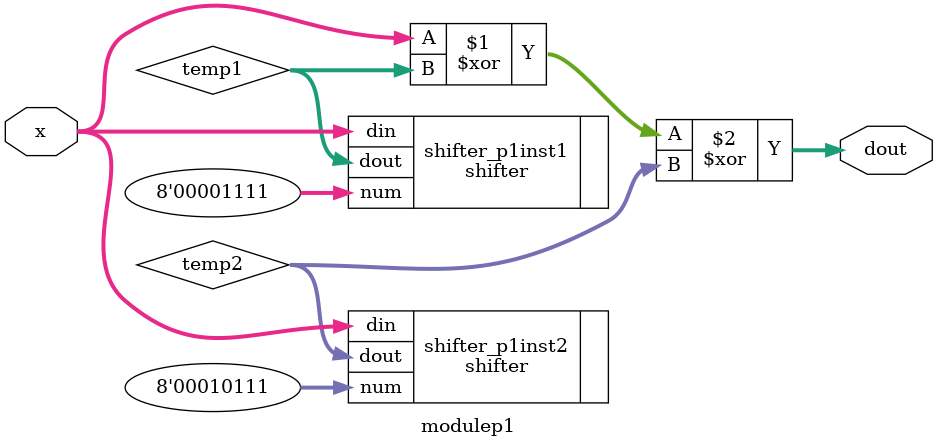
<source format=v>
`timescale 1ns / 1ps
module modulep1(
    x,
    dout
);
    input wire[31:0] x;
    output wire[31:0] dout;
    wire[31:0] temp1;
    wire[31:0] temp2;
    shifter shifter_p1inst1(
        .din(x),
        .num(8'd15),
        .dout(temp1)
    );
    shifter shifter_p1inst2(
        .din(x),
        .num(8'd23),
        .dout(temp2)
    );
    assign dout = x ^ temp1 ^ temp2 ;
endmodule
</source>
